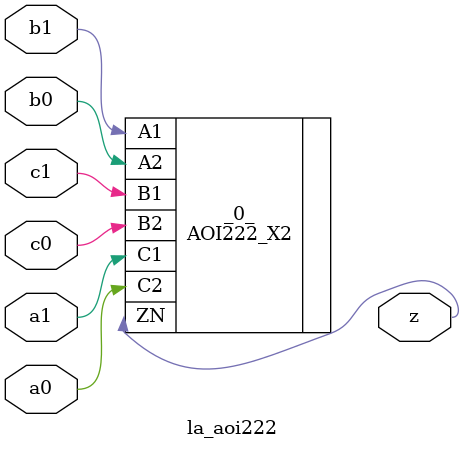
<source format=v>

/* Generated by Yosys 0.44 (git sha1 80ba43d26, g++ 11.4.0-1ubuntu1~22.04 -fPIC -O3) */

(* top =  1  *)
(* src = "generated" *)
module la_aoi222 (
    a0,
    a1,
    b0,
    b1,
    c0,
    c1,
    z
);
  (* src = "generated" *)
  input a0;
  wire a0;
  (* src = "generated" *)
  input a1;
  wire a1;
  (* src = "generated" *)
  input b0;
  wire b0;
  (* src = "generated" *)
  input b1;
  wire b1;
  (* src = "generated" *)
  input c0;
  wire c0;
  (* src = "generated" *)
  input c1;
  wire c1;
  (* src = "generated" *)
  output z;
  wire z;
  AOI222_X2 _0_ (
      .A1(b1),
      .A2(b0),
      .B1(c1),
      .B2(c0),
      .C1(a1),
      .C2(a0),
      .ZN(z)
  );
endmodule

</source>
